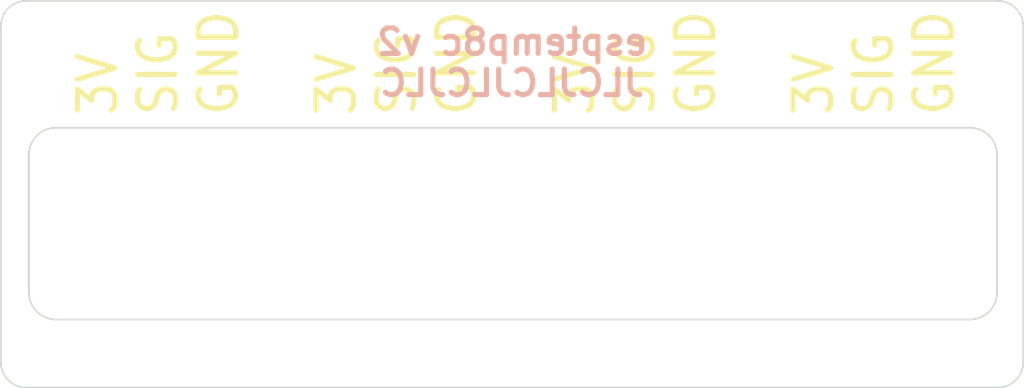
<source format=kicad_pcb>
(kicad_pcb
	(version 20240108)
	(generator "pcbnew")
	(generator_version "8.0")
	(general
		(thickness 1.6)
		(legacy_teardrops no)
	)
	(paper "A4")
	(layers
		(0 "F.Cu" signal)
		(31 "B.Cu" signal)
		(32 "B.Adhes" user "B.Adhesive")
		(33 "F.Adhes" user "F.Adhesive")
		(34 "B.Paste" user)
		(35 "F.Paste" user)
		(36 "B.SilkS" user "B.Silkscreen")
		(37 "F.SilkS" user "F.Silkscreen")
		(38 "B.Mask" user)
		(39 "F.Mask" user)
		(40 "Dwgs.User" user "User.Drawings")
		(41 "Cmts.User" user "User.Comments")
		(42 "Eco1.User" user "User.Eco1")
		(43 "Eco2.User" user "User.Eco2")
		(44 "Edge.Cuts" user)
		(45 "Margin" user)
		(46 "B.CrtYd" user "B.Courtyard")
		(47 "F.CrtYd" user "F.Courtyard")
		(48 "B.Fab" user)
		(49 "F.Fab" user)
		(50 "User.1" user)
		(51 "User.2" user)
		(52 "User.3" user)
		(53 "User.4" user)
		(54 "User.5" user)
		(55 "User.6" user)
		(56 "User.7" user)
		(57 "User.8" user)
		(58 "User.9" user)
	)
	(setup
		(pad_to_mask_clearance 0)
		(allow_soldermask_bridges_in_footprints no)
		(aux_axis_origin 135.090983 102.730009)
		(grid_origin 135.090983 102.730009)
		(pcbplotparams
			(layerselection 0x00010f0_ffffffff)
			(plot_on_all_layers_selection 0x0000000_00000000)
			(disableapertmacros no)
			(usegerberextensions no)
			(usegerberattributes yes)
			(usegerberadvancedattributes yes)
			(creategerberjobfile no)
			(dashed_line_dash_ratio 12.000000)
			(dashed_line_gap_ratio 3.000000)
			(svgprecision 4)
			(plotframeref no)
			(viasonmask no)
			(mode 1)
			(useauxorigin no)
			(hpglpennumber 1)
			(hpglpenspeed 20)
			(hpglpendiameter 15.000000)
			(pdf_front_fp_property_popups yes)
			(pdf_back_fp_property_popups yes)
			(dxfpolygonmode yes)
			(dxfimperialunits yes)
			(dxfusepcbnewfont yes)
			(psnegative no)
			(psa4output no)
			(plotreference yes)
			(plotvalue yes)
			(plotfptext yes)
			(plotinvisibletext no)
			(sketchpadsonfab no)
			(subtractmaskfromsilk no)
			(outputformat 1)
			(mirror no)
			(drillshape 0)
			(scaleselection 1)
			(outputdirectory "gerber")
		)
	)
	(net 0 "")
	(gr_arc
		(start 193.555982 97.142509)
		(mid 193.091014 98.265041)
		(end 191.968482 98.730009)
		(stroke
			(width 0.1)
			(type default)
		)
		(layer "Edge.Cuts")
		(uuid "194800dc-43c8-49e6-af9c-2c18fa2bd6cd")
	)
	(gr_arc
		(start 195.090983 101.230009)
		(mid 194.651643 102.290669)
		(end 193.590983 102.730009)
		(stroke
			(width 0.1)
			(type default)
		)
		(layer "Edge.Cuts")
		(uuid "339cf802-d987-440c-87e3-56ea1330148a")
	)
	(gr_line
		(start 191.968482 98.730009)
		(end 138.323482 98.730009)
		(stroke
			(width 0.1)
			(type default)
		)
		(layer "Edge.Cuts")
		(uuid "3d62ddb8-3520-4654-8cef-81490973be48")
	)
	(gr_line
		(start 136.590983 102.730009)
		(end 193.590983 102.730009)
		(stroke
			(width 0.1)
			(type default)
		)
		(layer "Edge.Cuts")
		(uuid "60157ef4-0eec-4f01-bc12-aa0a2b6ca6c0")
	)
	(gr_line
		(start 193.555982 89.067509)
		(end 193.555982 97.142509)
		(stroke
			(width 0.1)
			(type default)
		)
		(layer "Edge.Cuts")
		(uuid "61531342-2d81-4734-8e17-4c542439ddd2")
	)
	(gr_line
		(start 135.090983 81.530009)
		(end 135.090983 101.230009)
		(stroke
			(width 0.1)
			(type default)
		)
		(layer "Edge.Cuts")
		(uuid "650d4e62-2225-47f2-aabe-be15e2fdb251")
	)
	(gr_line
		(start 136.735982 97.142509)
		(end 136.735982 89.067509)
		(stroke
			(width 0.1)
			(type default)
		)
		(layer "Edge.Cuts")
		(uuid "651dfebb-75a9-42ae-af73-0cb0d2015e3a")
	)
	(gr_arc
		(start 136.590983 102.730009)
		(mid 135.530323 102.290669)
		(end 135.090983 101.230009)
		(stroke
			(width 0.1)
			(type default)
		)
		(layer "Edge.Cuts")
		(uuid "6bbb0313-ffdc-4e30-bdfe-21c19723cb1a")
	)
	(gr_arc
		(start 135.090983 81.530009)
		(mid 135.530323 80.469349)
		(end 136.590983 80.030009)
		(stroke
			(width 0.1)
			(type default)
		)
		(layer "Edge.Cuts")
		(uuid "7e41b007-ad95-4ee7-828e-f32ef63f385d")
	)
	(gr_line
		(start 138.323482 87.480009)
		(end 191.968482 87.480009)
		(stroke
			(width 0.1)
			(type default)
		)
		(layer "Edge.Cuts")
		(uuid "935cefe7-aabf-44ce-b4d3-d29c20b25fa4")
	)
	(gr_line
		(start 195.090983 101.230009)
		(end 195.090983 81.530009)
		(stroke
			(width 0.1)
			(type default)
		)
		(layer "Edge.Cuts")
		(uuid "9d98f163-fb7b-43a3-8467-39147f3a216f")
	)
	(gr_arc
		(start 138.323482 98.730009)
		(mid 137.20095 98.265041)
		(end 136.735982 97.142509)
		(stroke
			(width 0.1)
			(type default)
		)
		(layer "Edge.Cuts")
		(uuid "a12f3b6b-1175-417e-9fba-c594281b52b3")
	)
	(gr_arc
		(start 193.590983 80.030009)
		(mid 194.651643 80.469349)
		(end 195.090983 81.530009)
		(stroke
			(width 0.1)
			(type default)
		)
		(layer "Edge.Cuts")
		(uuid "cb575fe3-4fb5-4716-ad76-c09b6cd34065")
	)
	(gr_line
		(start 193.590983 80.030009)
		(end 136.590983 80.030009)
		(stroke
			(width 0.1)
			(type default)
		)
		(layer "Edge.Cuts")
		(uuid "d4d5448e-7d6b-4a6a-b880-157fe4545d19")
	)
	(gr_arc
		(start 191.968482 87.480009)
		(mid 193.091015 87.944977)
		(end 193.555982 89.067509)
		(stroke
			(width 0.1)
			(type default)
		)
		(layer "Edge.Cuts")
		(uuid "dccaced4-2953-4da0-993c-a0525dee4882")
	)
	(gr_arc
		(start 136.735982 89.067509)
		(mid 137.20095 87.944977)
		(end 138.323482 87.480009)
		(stroke
			(width 0.1)
			(type default)
		)
		(layer "Edge.Cuts")
		(uuid "dd73b4e1-4368-43d1-a8f4-8e2dc48e9fec")
	)
	(gr_text "esptemp8c v2\nJLCJLCJLCJLC"
		(at 165.090983 85.730009 0)
		(layer "B.SilkS")
		(uuid "580b3b42-92dd-434f-ba65-64c64f5ea585")
		(effects
			(font
				(size 1.5 1.5)
				(thickness 0.3)
				(bold yes)
			)
			(justify bottom mirror)
		)
	)
	(gr_text "3V\nSIG\nGND"
		(at 153.490983 86.930009 90)
		(layer "F.SilkS")
		(uuid "65b527df-a604-4360-8072-cdab59296f02")
		(effects
			(font
				(size 2.2 2)
				(thickness 0.3048)
			)
			(justify left top)
		)
	)
	(gr_text "3V\nSIG\nGND"
		(at 181.490983 86.930009 90)
		(layer "F.SilkS")
		(uuid "6df64ff1-eff1-4100-85fd-f730875ecb64")
		(effects
			(font
				(size 2.2 2)
				(thickness 0.3048)
			)
			(justify left top)
		)
	)
	(gr_text "3V\nSIG\nGND"
		(at 139.490983 86.930009 90)
		(layer "F.SilkS")
		(uuid "7c768bdf-c81d-4e2a-abc1-c287a807b6ed")
		(effects
			(font
				(size 2.2 2)
				(thickness 0.3048)
			)
			(justify left top)
		)
	)
	(gr_text "3V\nSIG\nGND"
		(at 167.490983 86.930009 90)
		(layer "F.SilkS")
		(uuid "8ec17338-72e1-4908-9d51-ef8de6cb0746")
		(effects
			(font
				(size 2.2 2)
				(thickness 0.3048)
			)
			(justify left top)
		)
	)
)

</source>
